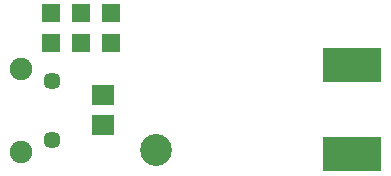
<source format=gbr>
G04 #@! TF.FileFunction,Soldermask,Bot*
%FSLAX46Y46*%
G04 Gerber Fmt 4.6, Leading zero omitted, Abs format (unit mm)*
G04 Created by KiCad (PCBNEW 4.1.0-alpha+201608181240+7066~46~ubuntu16.04.1-product) date Fri Aug 19 11:00:01 2016*
%MOMM*%
%LPD*%
G01*
G04 APERTURE LIST*
%ADD10C,0.100000*%
%ADD11R,1.850000X1.800000*%
%ADD12R,5.000000X3.000000*%
%ADD13C,1.450000*%
%ADD14C,1.900000*%
%ADD15R,1.524000X1.524000*%
%ADD16C,2.700000*%
G04 APERTURE END LIST*
D10*
D11*
X146685000Y-119380000D03*
X146685000Y-116840000D03*
D12*
X167775000Y-121800000D03*
X167775000Y-114300000D03*
D13*
X142400000Y-115610000D03*
X142400000Y-120610000D03*
D14*
X139700000Y-121610000D03*
X139700000Y-114610000D03*
D15*
X142240000Y-112395000D03*
X142240000Y-109855000D03*
X144780000Y-112395000D03*
X144780000Y-109855000D03*
X147320000Y-112395000D03*
X147320000Y-109855000D03*
D16*
X151130000Y-121444000D03*
M02*

</source>
